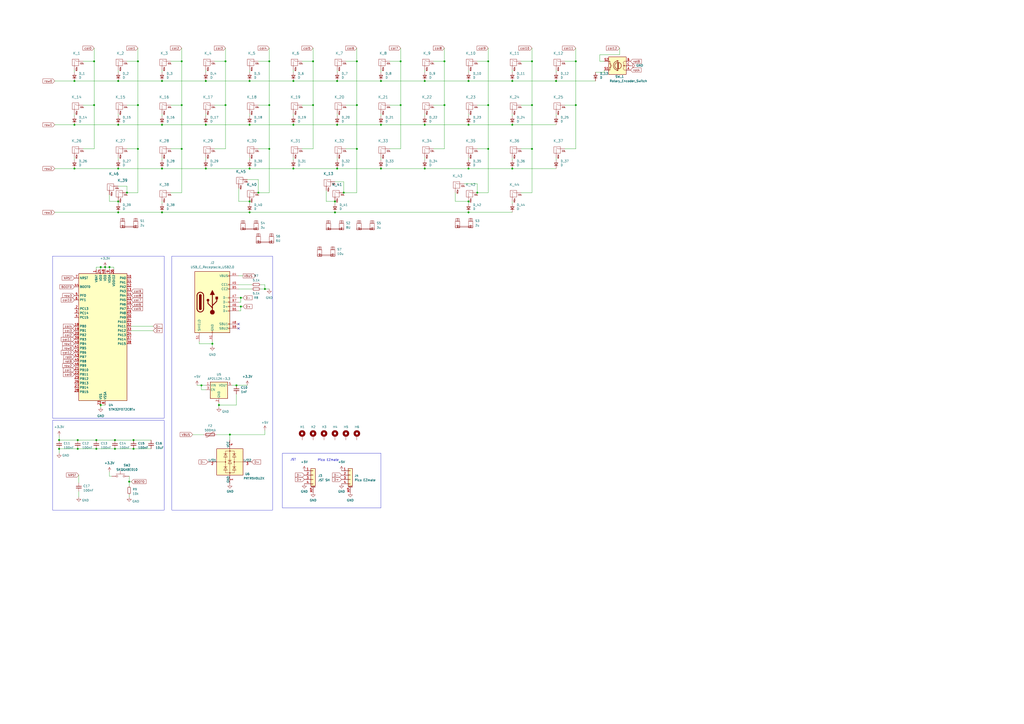
<source format=kicad_sch>
(kicad_sch (version 20231120) (generator "eeschema") (generator_version "8.0")
  (paper "A2")
  (junction (at 123.19 199.39))
  (junction (at 156.21 35.56))
  (junction (at 58.42 234.95))
  (junction (at 220.98 97.79))
  (junction (at 220.98 46.99))
  (junction (at 232.41 35.56))
  (junction (at 66.675 255.27))
  (junction (at 232.41 60.96))
  (junction (at 43.18 97.79))
  (junction (at 93.98 46.99))
  (junction (at 34.29 260.35))
  (junction (at 257.81 35.56))
  (junction (at 207.01 60.96))
  (junction (at 181.61 35.56))
  (junction (at 308.61 86.36))
  (junction (at 283.21 60.96))
  (junction (at 195.58 72.39))
  (junction (at 68.58 72.39))
  (junction (at 55.88 260.35))
  (junction (at 105.41 60.96))
  (junction (at 80.01 60.96))
  (junction (at 80.01 86.36))
  (junction (at 334.01 35.56))
  (junction (at 194.31 123.19))
  (junction (at 207.01 86.36))
  (junction (at 153.67 167.64))
  (junction (at 68.58 97.79))
  (junction (at 127 234.95))
  (junction (at 54.61 35.56))
  (junction (at 271.78 116.84))
  (junction (at 170.18 97.79))
  (junction (at 297.18 72.39))
  (junction (at 93.98 72.39))
  (junction (at 116.84 223.52))
  (junction (at 45.085 260.35))
  (junction (at 74.93 279.4))
  (junction (at 144.78 46.99))
  (junction (at 43.18 72.39))
  (junction (at 149.86 111.76))
  (junction (at 130.81 35.56))
  (junction (at 80.01 35.56))
  (junction (at 93.98 97.79))
  (junction (at 195.58 97.79))
  (junction (at 68.58 116.84))
  (junction (at 283.21 35.56))
  (junction (at 58.42 154.94))
  (junction (at 139.7 177.8))
  (junction (at 63.5 154.94))
  (junction (at 156.21 60.96))
  (junction (at 119.38 46.99))
  (junction (at 170.18 46.99))
  (junction (at 322.58 46.99))
  (junction (at 156.21 86.36))
  (junction (at 308.61 60.96))
  (junction (at 283.21 86.36))
  (junction (at 139.7 172.72))
  (junction (at 308.61 35.56))
  (junction (at 130.81 60.96))
  (junction (at 77.47 255.27))
  (junction (at 66.675 260.35))
  (junction (at 276.86 111.76))
  (junction (at 144.78 123.19))
  (junction (at 93.98 123.19))
  (junction (at 68.58 123.19))
  (junction (at 54.61 60.96))
  (junction (at 181.61 60.96))
  (junction (at 199.39 111.76))
  (junction (at 246.38 97.79))
  (junction (at 73.66 111.76))
  (junction (at 334.01 60.96))
  (junction (at 137.16 223.52))
  (junction (at 45.085 255.27))
  (junction (at 105.41 35.56))
  (junction (at 207.01 35.56))
  (junction (at 133.35 252.095))
  (junction (at 271.78 72.39))
  (junction (at 77.47 260.35))
  (junction (at 297.18 97.79))
  (junction (at 271.78 97.79))
  (junction (at 297.18 46.99))
  (junction (at 144.78 116.84))
  (junction (at 144.78 97.79))
  (junction (at 246.38 46.99))
  (junction (at 119.38 72.39))
  (junction (at 271.78 123.19))
  (junction (at 105.41 86.36))
  (junction (at 55.88 255.27))
  (junction (at 271.78 46.99))
  (junction (at 144.78 72.39))
  (junction (at 68.58 46.99))
  (junction (at 220.98 72.39))
  (junction (at 246.38 72.39))
  (junction (at 257.81 60.96))
  (junction (at 195.58 46.99))
  (junction (at 43.18 46.99))
  (junction (at 170.18 72.39))
  (junction (at 119.38 97.79))
  (junction (at 34.29 255.27))
  (junction (at 194.31 116.84))
  (junction (at 60.96 154.94))
  (no_connect (at 138.43 187.96))
  (no_connect (at 138.43 190.5))
  (wire (pts (xy 271.78 66.04) (xy 271.78 67.31)))
  (wire (pts (xy 276.86 60.96) (xy 283.21 60.96)))
  (wire (pts (xy 297.18 66.04) (xy 297.18 67.31)))
  (wire (pts (xy 153.67 167.64) (xy 156.21 167.64)))
  (wire (pts (xy 105.41 111.76) (xy 105.41 86.36)))
  (wire (pts (xy 232.41 27.94) (xy 232.41 35.56)))
  (wire (pts (xy 271.78 116.84) (xy 271.78 118.11)))
  (wire (pts (xy 170.18 66.04) (xy 170.18 67.31)))
  (wire (pts (xy 76.2 189.23) (xy 88.9 189.23)))
  (wire (pts (xy 144.78 72.39) (xy 170.18 72.39)))
  (wire (pts (xy 156.21 27.94) (xy 156.21 35.56)))
  (wire (pts (xy 137.16 234.95) (xy 137.16 228.6)))
  (wire (pts (xy 63.5 154.94) (xy 63.5 156.21)))
  (wire (pts (xy 143.51 104.14) (xy 149.86 104.14)))
  (wire (pts (xy 144.78 97.79) (xy 170.18 97.79)))
  (wire (pts (xy 93.98 46.99) (xy 119.38 46.99)))
  (wire (pts (xy 207.01 86.36) (xy 207.01 60.96)))
  (wire (pts (xy 334.01 27.94) (xy 334.01 35.56)))
  (wire (pts (xy 347.98 35.56) (xy 350.52 35.56)))
  (wire (pts (xy 127 234.95) (xy 127 236.22)))
  (wire (pts (xy 63.5 154.94) (xy 66.04 154.94)))
  (wire (pts (xy 194.31 123.19) (xy 271.78 123.19)))
  (wire (pts (xy 58.42 234.95) (xy 60.96 234.95)))
  (wire (pts (xy 123.19 198.12) (xy 123.19 199.39)))
  (wire (pts (xy 297.18 72.39) (xy 322.58 72.39)))
  (wire (pts (xy 139.7 175.26) (xy 139.7 172.72)))
  (wire (pts (xy 74.93 276.225) (xy 74.93 279.4)))
  (wire (pts (xy 43.18 66.04) (xy 43.18 67.31)))
  (wire (pts (xy 327.66 35.56) (xy 334.01 35.56)))
  (wire (pts (xy 156.21 86.36) (xy 156.21 60.96)))
  (wire (pts (xy 246.38 97.79) (xy 271.78 97.79)))
  (wire (pts (xy 200.66 35.56) (xy 207.01 35.56)))
  (wire (pts (xy 271.78 72.39) (xy 297.18 72.39)))
  (wire (pts (xy 48.26 86.36) (xy 54.61 86.36)))
  (wire (pts (xy 130.81 35.56) (xy 130.81 60.96)))
  (wire (pts (xy 54.61 35.56) (xy 54.61 60.96)))
  (wire (pts (xy 350.52 41.91) (xy 350.52 40.64)))
  (wire (pts (xy 170.18 97.79) (xy 195.58 97.79)))
  (wire (pts (xy 153.67 165.1) (xy 153.67 167.64)))
  (wire (pts (xy 54.61 27.94) (xy 54.61 35.56)))
  (wire (pts (xy 93.98 66.04) (xy 93.98 67.31)))
  (wire (pts (xy 271.78 46.99) (xy 297.18 46.99)))
  (wire (pts (xy 93.98 116.84) (xy 93.98 118.11)))
  (wire (pts (xy 137.16 223.52) (xy 143.51 223.52)))
  (wire (pts (xy 66.675 255.27) (xy 77.47 255.27)))
  (wire (pts (xy 269.24 106.68) (xy 276.86 106.68)))
  (wire (pts (xy 246.38 46.99) (xy 271.78 46.99)))
  (wire (pts (xy 80.01 86.36) (xy 80.01 60.96)))
  (wire (pts (xy 66.04 154.94) (xy 66.04 156.21)))
  (wire (pts (xy 170.18 72.39) (xy 195.58 72.39)))
  (wire (pts (xy 276.86 106.68) (xy 276.86 111.76)))
  (wire (pts (xy 207.01 86.36) (xy 207.01 111.76)))
  (wire (pts (xy 73.66 35.56) (xy 80.01 35.56)))
  (wire (pts (xy 80.01 27.94) (xy 80.01 35.56)))
  (wire (pts (xy 283.21 111.76) (xy 283.21 86.36)))
  (wire (pts (xy 334.01 35.56) (xy 334.01 60.96)))
  (wire (pts (xy 153.67 249.555) (xy 153.67 252.095)))
  (wire (pts (xy 93.98 91.44) (xy 93.98 92.71)))
  (wire (pts (xy 116.84 223.52) (xy 119.38 223.52)))
  (wire (pts (xy 119.38 66.04) (xy 119.38 67.31)))
  (wire (pts (xy 199.39 111.76) (xy 207.01 111.76)))
  (wire (pts (xy 55.88 154.94) (xy 58.42 154.94)))
  (wire (pts (xy 45.085 260.35) (xy 55.88 260.35)))
  (wire (pts (xy 111.76 252.095) (xy 118.11 252.095)))
  (wire (pts (xy 302.26 86.36) (xy 308.61 86.36)))
  (wire (pts (xy 302.26 60.96) (xy 308.61 60.96)))
  (wire (pts (xy 45.72 288.29) (xy 45.72 285.115)))
  (wire (pts (xy 175.26 35.56) (xy 181.61 35.56)))
  (wire (pts (xy 99.06 60.96) (xy 105.41 60.96)))
  (wire (pts (xy 77.47 260.35) (xy 87.63 260.35)))
  (wire (pts (xy 308.61 27.94) (xy 308.61 35.56)))
  (wire (pts (xy 68.58 91.44) (xy 68.58 92.71)))
  (wire (pts (xy 119.38 72.39) (xy 144.78 72.39)))
  (wire (pts (xy 200.66 60.96) (xy 207.01 60.96)))
  (wire (pts (xy 220.98 66.04) (xy 220.98 67.31)))
  (wire (pts (xy 105.41 86.36) (xy 105.41 60.96)))
  (wire (pts (xy 195.58 97.79) (xy 220.98 97.79)))
  (wire (pts (xy 149.86 35.56) (xy 156.21 35.56)))
  (wire (pts (xy 138.43 167.64) (xy 146.05 167.64)))
  (wire (pts (xy 66.675 260.35) (xy 77.47 260.35)))
  (wire (pts (xy 130.81 27.94) (xy 130.81 35.56)))
  (wire (pts (xy 271.78 123.19) (xy 297.18 123.19)))
  (wire (pts (xy 48.26 60.96) (xy 54.61 60.96)))
  (wire (pts (xy 80.01 35.56) (xy 80.01 60.96)))
  (wire (pts (xy 68.58 107.95) (xy 73.66 107.95)))
  (wire (pts (xy 297.18 91.44) (xy 297.18 92.71)))
  (wire (pts (xy 251.46 86.36) (xy 257.81 86.36)))
  (wire (pts (xy 302.26 111.76) (xy 308.61 111.76)))
  (wire (pts (xy 77.47 255.27) (xy 87.63 255.27)))
  (wire (pts (xy 68.58 72.39) (xy 93.98 72.39)))
  (wire (pts (xy 93.98 123.19) (xy 144.78 123.19)))
  (wire (pts (xy 124.46 86.36) (xy 130.81 86.36)))
  (wire (pts (xy 138.43 160.02) (xy 140.97 160.02)))
  (wire (pts (xy 138.43 180.34) (xy 139.7 180.34)))
  (wire (pts (xy 74.93 287.02) (xy 74.93 288.29)))
  (wire (pts (xy 175.26 60.96) (xy 181.61 60.96)))
  (wire (pts (xy 127 233.68) (xy 127 234.95)))
  (wire (pts (xy 31.75 97.79) (xy 43.18 97.79)))
  (wire (pts (xy 64.77 276.225) (xy 63.5 276.225)))
  (wire (pts (xy 73.66 107.95) (xy 73.66 111.76)))
  (wire (pts (xy 74.93 279.4) (xy 74.93 281.94)))
  (wire (pts (xy 99.06 86.36) (xy 105.41 86.36)))
  (wire (pts (xy 271.78 97.79) (xy 297.18 97.79)))
  (wire (pts (xy 297.18 97.79) (xy 322.58 97.79)))
  (wire (pts (xy 138.43 175.26) (xy 139.7 175.26)))
  (wire (pts (xy 181.61 35.56) (xy 181.61 60.96)))
  (wire (pts (xy 264.16 116.84) (xy 271.78 116.84)))
  (wire (pts (xy 43.18 40.64) (xy 43.18 41.91)))
  (wire (pts (xy 246.38 72.39) (xy 271.78 72.39)))
  (wire (pts (xy 220.98 97.79) (xy 246.38 97.79)))
  (wire (pts (xy 48.26 35.56) (xy 54.61 35.56)))
  (wire (pts (xy 34.29 260.35) (xy 45.085 260.35)))
  (wire (pts (xy 276.86 111.76) (xy 283.21 111.76)))
  (wire (pts (xy 45.085 255.27) (xy 34.29 255.27)))
  (wire (pts (xy 43.18 97.79) (xy 68.58 97.79)))
  (wire (pts (xy 181.61 27.94) (xy 181.61 35.56)))
  (wire (pts (xy 63.5 154.94) (xy 60.96 154.94)))
  (wire (pts (xy 58.42 236.22) (xy 58.42 234.95)))
  (wire (pts (xy 271.78 40.64) (xy 271.78 41.91)))
  (wire (pts (xy 149.86 60.96) (xy 156.21 60.96)))
  (wire (pts (xy 175.26 86.36) (xy 181.61 86.36)))
  (wire (pts (xy 55.88 255.27) (xy 66.675 255.27)))
  (wire (pts (xy 68.58 40.64) (xy 68.58 41.91)))
  (wire (pts (xy 308.61 35.56) (xy 308.61 60.96)))
  (wire (pts (xy 345.44 41.91) (xy 350.52 41.91)))
  (wire (pts (xy 63.5 276.225) (xy 63.5 273.685)))
  (wire (pts (xy 322.58 46.99) (xy 345.44 46.99)))
  (wire (pts (xy 115.57 198.12) (xy 115.57 199.39)))
  (wire (pts (xy 119.38 40.64) (xy 119.38 41.91)))
  (wire (pts (xy 144.78 116.84) (xy 144.78 118.11)))
  (wire (pts (xy 327.66 86.36) (xy 334.01 86.36)))
  (wire (pts (xy 170.18 40.64) (xy 170.18 41.91)))
  (wire (pts (xy 207.01 35.56) (xy 207.01 60.96)))
  (wire (pts (xy 144.78 46.99) (xy 170.18 46.99)))
  (wire (pts (xy 105.41 27.94) (xy 105.41 35.56)))
  (wire (pts (xy 297.18 46.99) (xy 322.58 46.99)))
  (wire (pts (xy 322.58 66.04) (xy 322.58 67.31)))
  (wire (pts (xy 130.81 86.36) (xy 130.81 60.96)))
  (wire (pts (xy 283.21 86.36) (xy 283.21 60.96)))
  (wire (pts (xy 226.06 60.96) (xy 232.41 60.96)))
  (wire (pts (xy 133.35 252.095) (xy 133.35 255.27)))
  (wire (pts (xy 251.46 60.96) (xy 257.81 60.96)))
  (wire (pts (xy 138.43 172.72) (xy 139.7 172.72)))
  (wire (pts (xy 31.75 123.19) (xy 68.58 123.19)))
  (wire (pts (xy 195.58 66.04) (xy 195.58 67.31)))
  (wire (pts (xy 124.46 35.56) (xy 130.81 35.56)))
  (wire (pts (xy 334.01 60.96) (xy 334.01 86.36)))
  (wire (pts (xy 195.58 91.44) (xy 195.58 92.71)))
  (wire (pts (xy 119.38 46.99) (xy 144.78 46.99)))
  (wire (pts (xy 55.88 260.35) (xy 66.675 260.35)))
  (wire (pts (xy 93.98 40.64) (xy 93.98 41.91)))
  (wire (pts (xy 170.18 46.99) (xy 195.58 46.99)))
  (wire (pts (xy 138.43 109.22) (xy 138.43 116.84)))
  (wire (pts (xy 76.2 191.77) (xy 88.9 191.77)))
  (wire (pts (xy 207.01 27.94) (xy 207.01 35.56)))
  (wire (pts (xy 119.38 226.06) (xy 116.84 226.06)))
  (wire (pts (xy 58.42 154.94) (xy 58.42 156.21)))
  (wire (pts (xy 54.61 86.36) (xy 54.61 60.96)))
  (wire (pts (xy 93.98 97.79) (xy 119.38 97.79)))
  (wire (pts (xy 276.86 86.36) (xy 283.21 86.36)))
  (wire (pts (xy 144.78 91.44) (xy 144.78 92.71)))
  (wire (pts (xy 68.58 46.99) (xy 93.98 46.99)))
  (wire (pts (xy 93.98 72.39) (xy 119.38 72.39)))
  (wire (pts (xy 232.41 35.56) (xy 232.41 60.96)))
  (wire (pts (xy 60.96 154.94) (xy 60.96 156.21)))
  (wire (pts (xy 105.41 35.56) (xy 105.41 60.96)))
  (wire (pts (xy 149.86 86.36) (xy 156.21 86.36)))
  (wire (pts (xy 123.19 199.39) (xy 123.19 200.66)))
  (wire (pts (xy 68.58 116.84) (xy 68.58 118.11)))
  (wire (pts (xy 251.46 35.56) (xy 257.81 35.56)))
  (wire (pts (xy 73.66 111.76) (xy 80.01 111.76)))
  (wire (pts (xy 271.78 91.44) (xy 271.78 92.71)))
  (wire (pts (xy 34.29 262.89) (xy 34.29 260.35)))
  (wire (pts (xy 68.58 66.04) (xy 68.58 67.31)))
  (wire (pts (xy 80.01 111.76) (xy 80.01 86.36)))
  (wire (pts (xy 149.86 104.14) (xy 149.86 111.76)))
  (wire (pts (xy 73.66 60.96) (xy 80.01 60.96)))
  (wire (pts (xy 138.43 165.1) (xy 146.05 165.1)))
  (wire (pts (xy 74.93 279.4) (xy 76.2 279.4)))
  (wire (pts (xy 170.18 91.44) (xy 170.18 92.71)))
  (wire (pts (xy 327.66 60.96) (xy 334.01 60.96)))
  (wire (pts (xy 283.21 27.94) (xy 283.21 35.56)))
  (wire (pts (xy 181.61 86.36) (xy 181.61 60.96)))
  (wire (pts (xy 43.18 91.44) (xy 43.18 92.71)))
  (wire (pts (xy 114.3 223.52) (xy 116.84 223.52)))
  (wire (pts (xy 45.085 255.27) (xy 55.88 255.27)))
  (wire (pts (xy 308.61 86.36) (xy 308.61 111.76)))
  (wire (pts (xy 276.86 35.56) (xy 283.21 35.56)))
  (wire (pts (xy 220.98 72.39) (xy 246.38 72.39)))
  (wire (pts (xy 220.98 40.64) (xy 220.98 41.91)))
  (wire (pts (xy 156.21 35.56) (xy 156.21 60.96)))
  (wire (pts (xy 34.29 252.73) (xy 34.29 255.27)))
  (wire (pts (xy 322.58 91.44) (xy 322.58 92.71)))
  (wire (pts (xy 99.06 35.56) (xy 105.41 35.56)))
  (wire (pts (xy 43.18 46.99) (xy 68.58 46.99)))
  (wire (pts (xy 73.66 86.36) (xy 80.01 86.36)))
  (wire (pts (xy 297.18 116.84) (xy 297.18 118.11)))
  (wire (pts (xy 194.31 105.41) (xy 199.39 105.41)))
  (wire (pts (xy 151.13 167.64) (xy 153.67 167.64)))
  (wire (pts (xy 220.98 46.99) (xy 246.38 46.99)))
  (wire (pts (xy 283.21 35.56) (xy 283.21 60.96)))
  (wire (pts (xy 246.38 91.44) (xy 246.38 92.71)))
  (wire (pts (xy 257.81 27.94) (xy 257.81 35.56)))
  (wire (pts (xy 246.38 66.04) (xy 246.38 67.31)))
  (wire (pts (xy 200.66 86.36) (xy 207.01 86.36)))
  (wire (pts (xy 302.26 35.56) (xy 308.61 35.56)))
  (wire (pts (xy 189.23 116.84) (xy 194.31 116.84)))
  (wire (pts (xy 139.7 180.34) (xy 139.7 177.8)))
  (wire (pts (xy 134.62 223.52) (xy 137.16 223.52)))
  (wire (pts (xy 220.98 91.44) (xy 220.98 92.71)))
  (wire (pts (xy 195.58 40.64) (xy 195.58 41.91)))
  (wire (pts (xy 195.58 46.99) (xy 220.98 46.99)))
  (wire (pts (xy 144.78 123.19) (xy 194.31 123.19)))
  (wire (pts (xy 43.18 72.39) (xy 68.58 72.39)))
  (wire (pts (xy 139.7 177.8) (xy 140.97 177.8)))
  (wire (pts (xy 156.21 111.76) (xy 156.21 86.36)))
  (wire (pts (xy 226.06 86.36) (xy 232.41 86.36)))
  (wire (pts (xy 63.5 116.84) (xy 68.58 116.84)))
  (wire (pts (xy 347.98 35.56) (xy 347.98 31.75)))
  (wire (pts (xy 359.41 27.94) (xy 359.41 31.75)))
  (wire (pts (xy 139.7 172.72) (xy 140.97 172.72)))
  (wire (pts (xy 347.98 31.75) (xy 359.41 31.75)))
  (wire (pts (xy 264.16 111.76) (xy 264.16 116.84)))
  (wire (pts (xy 189.23 110.49) (xy 189.23 116.84)))
  (wire (pts (xy 55.88 154.94) (xy 55.88 156.21)))
  (wire (pts (xy 125.73 252.095) (xy 133.35 252.095)))
  (wire (pts (xy 246.38 40.64) (xy 246.38 41.91)))
  (wire (pts (xy 99.06 111.76) (xy 105.41 111.76)))
  (wire (pts (xy 119.38 91.44) (xy 119.38 92.71)))
  (wire (pts (xy 297.18 40.64) (xy 297.18 41.91)))
  (wire (pts (xy 257.81 35.56) (xy 257.81 60.96)))
  (wire (pts (xy 226.06 35.56) (xy 232.41 35.56)))
  (wire (pts (xy 151.13 165.1) (xy 153.67 165.1)))
  (wire (pts (xy 31.75 72.39) (xy 43.18 72.39)))
  (wire (pts (xy 138.43 177.8) (xy 139.7 177.8)))
  (wire (pts (xy 194.31 116.84) (xy 194.31 118.11)))
  (wire (pts (xy 199.39 105.41) (xy 199.39 111.76)))
  (wire (pts (xy 144.78 40.64) (xy 144.78 41.91)))
  (wire (pts (xy 58.42 154.94) (xy 60.96 154.94)))
  (wire (pts (xy 127 234.95) (xy 137.16 234.95)))
  (wire (pts (xy 119.38 97.79) (xy 144.78 97.79)))
  (wire (pts (xy 149.86 111.76) (xy 156.21 111.76)))
  (wire (pts (xy 195.58 72.39) (xy 220.98 72.39)))
  (wire (pts (xy 257.81 86.36) (xy 257.81 60.96)))
  (wire (pts (xy 115.57 199.39) (xy 123.19 199.39)))
  (wire (pts (xy 308.61 60.96) (xy 308.61 86.36)))
  (wire (pts (xy 144.78 66.04) (xy 144.78 67.31)))
  (wire (pts (xy 31.75 46.99) (xy 43.18 46.99)))
  (wire (pts (xy 116.84 226.06) (xy 116.84 223.52)))
  (wire (pts (xy 45.72 275.59) (xy 45.72 280.035)))
  (wire (pts (xy 138.43 116.84) (xy 144.78 116.84)))
  (wire (pts (xy 68.58 123.19) (xy 93.98 123.19)))
  (wire (pts (xy 68.58 97.79) (xy 93.98 97.79)))
  (wire (pts (xy 124.46 60.96) (xy 130.81 60.96)))
  (wire (pts (xy 63.5 113.03) (xy 63.5 116.84)))
  (wire (pts (xy 232.41 86.36) (xy 232.41 60.96)))
  (wire (pts (xy 133.35 252.095) (xy 153.67 252.095)))
  (wire (pts (xy 322.58 40.64) (xy 322.58 41.91)))
  (rectangle (start 30.48 148.59) (end 95.25 242.57))
  (rectangle (start 99.695 148.59) (end 158.115 295.91))
  (rectangle (start 30.48 243.84) (end 95.25 295.91))
  (rectangle (start 163.83 262.89) (end 220.98 294.64))
  (text "JST" (at 168.402 267.462 0) (effects (font (size 1.27 1.27)) (justify left bottom)))
  (text "Pico EZmate" (at 184.277 267.716 0) (effects (font (size 1.27 1.27)) (justify left bottom)))
  (global_label "D-" (shape input) (at 176.53 275.59 180) (property "Intersheetrefs" "${INTERSHEET_REFS}" (effects (hide yes))))
  (global_label "row3" (shape input) (at 43.18 171.45 180) (property "Intersheetrefs" "${INTERSHEET_REFS}" (effects (hide yes))))
  (global_label "row2" (shape input) (at 31.75 97.79 180) (property "Intersheetrefs" "${INTERSHEET_REFS}" (effects (hide yes))))
  (global_label "col0" (shape input) (at 54.61 27.94 180) (property "Intersheetrefs" "${INTERSHEET_REFS}" (effects (hide yes))))
  (global_label "col3" (shape input) (at 130.81 27.94 180) (property "Intersheetrefs" "${INTERSHEET_REFS}" (effects (hide yes))))
  (global_label "col6" (shape input) (at 76.2 176.53 0) (property "Intersheetrefs" "${INTERSHEET_REFS}" (effects (hide yes))))
  (global_label "row0" (shape input) (at 43.18 201.93 180) (property "Intersheetrefs" "${INTERSHEET_REFS}" (effects (hide yes))))
  (global_label "BOOT0" (shape input) (at 76.2 279.4 0) (property "Intersheetrefs" "${INTERSHEET_REFS}" (effects (hide yes))))
  (global_label "VBUS" (shape input) (at 111.76 252.095 180) (property "Intersheetrefs" "${INTERSHEET_REFS}" (effects (hide yes))))
  (global_label "D+" (shape input) (at 140.97 177.8 0) (property "Intersheetrefs" "${INTERSHEET_REFS}" (effects (hide yes))))
  (global_label "rotB" (shape input) (at 365.76 35.56 0) (property "Intersheetrefs" "${INTERSHEET_REFS}" (effects (hide yes))))
  (global_label "D-" (shape input) (at 198.12 275.59 180) (property "Intersheetrefs" "${INTERSHEET_REFS}" (effects (hide yes))))
  (global_label "col3" (shape input) (at 43.18 191.77 180) (property "Intersheetrefs" "${INTERSHEET_REFS}" (effects (hide yes))))
  (global_label "row1" (shape input) (at 31.75 72.39 180) (property "Intersheetrefs" "${INTERSHEET_REFS}" (effects (hide yes))))
  (global_label "col4" (shape input) (at 43.18 189.23 180) (property "Intersheetrefs" "${INTERSHEET_REFS}" (effects (hide yes))))
  (global_label "D-" (shape input) (at 140.97 172.72 0) (property "Intersheetrefs" "${INTERSHEET_REFS}" (effects (hide yes))))
  (global_label "col2" (shape input) (at 43.18 194.31 180) (property "Intersheetrefs" "${INTERSHEET_REFS}" (effects (hide yes))))
  (global_label "NRST" (shape input) (at 43.18 161.29 180) (property "Intersheetrefs" "${INTERSHEET_REFS}" (effects (hide yes))))
  (global_label "col10" (shape input) (at 43.18 173.99 180) (property "Intersheetrefs" "${INTERSHEET_REFS}" (effects (hide yes))))
  (global_label "col6" (shape input) (at 207.01 27.94 180) (property "Intersheetrefs" "${INTERSHEET_REFS}" (effects (hide yes))))
  (global_label "NRST" (shape input) (at 45.72 275.59 180) (property "Intersheetrefs" "${INTERSHEET_REFS}" (effects (hide yes))))
  (global_label "row1" (shape input) (at 43.18 199.39 180) (property "Intersheetrefs" "${INTERSHEET_REFS}" (effects (hide yes))))
  (global_label "D-" (shape input) (at 88.9 189.23 0) (property "Intersheetrefs" "${INTERSHEET_REFS}" (effects (hide yes))))
  (global_label "col9" (shape input) (at 283.21 27.94 180) (property "Intersheetrefs" "${INTERSHEET_REFS}" (effects (hide yes))))
  (global_label "col7" (shape input) (at 76.2 173.99 0) (property "Intersheetrefs" "${INTERSHEET_REFS}" (effects (hide yes))))
  (global_label "col7" (shape input) (at 232.41 27.94 180) (property "Intersheetrefs" "${INTERSHEET_REFS}" (effects (hide yes))))
  (global_label "col8" (shape input) (at 257.81 27.94 180) (property "Intersheetrefs" "${INTERSHEET_REFS}" (effects (hide yes))))
  (global_label "row0" (shape input) (at 31.75 46.99 180) (property "Intersheetrefs" "${INTERSHEET_REFS}" (effects (hide yes))))
  (global_label "col5" (shape input) (at 76.2 179.07 0) (property "Intersheetrefs" "${INTERSHEET_REFS}" (effects (hide yes))))
  (global_label "col1" (shape input) (at 43.18 214.63 180) (property "Intersheetrefs" "${INTERSHEET_REFS}" (effects (hide yes))))
  (global_label "row3" (shape input) (at 31.75 123.19 180) (property "Intersheetrefs" "${INTERSHEET_REFS}" (effects (hide yes))))
  (global_label "VBUS" (shape output) (at 140.97 160.02 0) (property "Intersheetrefs" "${INTERSHEET_REFS}" (effects (hide yes))))
  (global_label "col1" (shape input) (at 80.01 27.94 180) (property "Intersheetrefs" "${INTERSHEET_REFS}" (effects (hide yes))))
  (global_label "row2" (shape input) (at 43.18 212.09 180) (property "Intersheetrefs" "${INTERSHEET_REFS}" (effects (hide yes))))
  (global_label "col2" (shape input) (at 105.41 27.94 180) (property "Intersheetrefs" "${INTERSHEET_REFS}" (effects (hide yes))))
  (global_label "col5" (shape input) (at 181.61 27.94 180) (property "Intersheetrefs" "${INTERSHEET_REFS}" (effects (hide yes))))
  (global_label "col10" (shape input) (at 308.61 27.94 180) (property "Intersheetrefs" "${INTERSHEET_REFS}" (effects (hide yes))))
  (global_label "col11" (shape input) (at 43.18 196.85 180) (property "Intersheetrefs" "${INTERSHEET_REFS}" (effects (hide yes))))
  (global_label "col11" (shape input) (at 334.01 27.94 180) (property "Intersheetrefs" "${INTERSHEET_REFS}" (effects (hide yes))))
  (global_label "BOOT0" (shape input) (at 43.18 166.37 180) (property "Intersheetrefs" "${INTERSHEET_REFS}" (effects (hide yes))))
  (global_label "col9" (shape input) (at 76.2 168.91 0) (property "Intersheetrefs" "${INTERSHEET_REFS}" (effects (hide yes))))
  (global_label "rotB" (shape input) (at 43.18 209.55 180) (property "Intersheetrefs" "${INTERSHEET_REFS}" (effects (hide yes))))
  (global_label "D+" (shape input) (at 88.9 191.77 0) (property "Intersheetrefs" "${INTERSHEET_REFS}" (effects (hide yes))))
  (global_label "D+" (shape input) (at 146.05 267.97 0) (property "Intersheetrefs" "${INTERSHEET_REFS}" (effects (hide yes))))
  (global_label "col12" (shape input) (at 359.41 27.94 180) (property "Intersheetrefs" "${INTERSHEET_REFS}" (effects (hide yes))))
  (global_label "col0" (shape input) (at 43.18 217.17 180) (property "Intersheetrefs" "${INTERSHEET_REFS}" (effects (hide yes))))
  (global_label "col12" (shape input) (at 43.18 204.47 180) (property "Intersheetrefs" "${INTERSHEET_REFS}" (effects (hide yes))))
  (global_label "D+" (shape input) (at 176.53 278.13 180) (property "Intersheetrefs" "${INTERSHEET_REFS}" (effects (hide yes))))
  (global_label "rotA" (shape input) (at 365.76 40.64 0) (property "Intersheetrefs" "${INTERSHEET_REFS}" (effects (hide yes))))
  (global_label "D-" (shape input) (at 120.65 267.97 180) (property "Intersheetrefs" "${INTERSHEET_REFS}" (effects (hide yes))))
  (global_label "col8" (shape input) (at 76.2 171.45 0) (property "Intersheetrefs" "${INTERSHEET_REFS}" (effects (hide yes))))
  (global_label "D+" (shape input) (at 198.12 278.13 180) (property "Intersheetrefs" "${INTERSHEET_REFS}" (effects (hide yes))))
  (global_label "rotA" (shape input) (at 43.18 207.01 180) (property "Intersheetrefs" "${INTERSHEET_REFS}" (effects (hide yes))))
  (global_label "col4" (shape input) (at 156.21 27.94 180) (property "Intersheetrefs" "${INTERSHEET_REFS}" (effects (hide yes))))
  (symbol (lib_id "MX_Alps_Hybrid:MX-NoLED") (at 44.45 36.83 0) (unit 1)
    (property "Reference" "K_1" (at 44.45 30.9118 0) (effects (font (size 1.524 1.524))))
    (property "Value" "KEYSW" (effects (hide yes)))
    (property "Footprint" "MX_Only:MXOnly-1U-NoLED" (effects (hide yes)))
  )
  (symbol (lib_id "Device:D_Small") (at 68.58 44.45 90) (unit 1)
    (property "Reference" "D_2" (at 71.12 42.672 90) (effects (justify right)))
    (property "Value" "D" (at 71.12 44.958 90) (effects (justify right)))
    (property "Footprint" "Diode_SMD:D_SOD-123" (effects (hide yes)))
  )
  (symbol (lib_id "MX_Alps_Hybrid:MX-NoLED") (at 69.85 36.83 0) (unit 1)
    (property "Reference" "K_2" (at 69.85 30.9118 0) (effects (font (size 1.524 1.524))))
    (property "Value" "KEYSW" (effects (hide yes)))
    (property "Footprint" "MX_Only:MXOnly-1U-NoLED" (effects (hide yes)))
  )
  (symbol (lib_id "Device:D_Small") (at 93.98 44.45 90) (unit 1)
    (property "Reference" "D_3" (at 96.52 42.672 90) (effects (justify right)))
    (property "Value" "D" (at 96.52 44.958 90) (effects (justify right)))
    (property "Footprint" "Diode_SMD:D_SOD-123" (effects (hide yes)))
  )
  (symbol (lib_id "MX_Alps_Hybrid:MX-NoLED") (at 95.25 36.83 0) (unit 1)
    (property "Reference" "K_3" (at 95.25 30.9118 0) (effects (font (size 1.524 1.524))))
    (property "Value" "KEYSW" (effects (hide yes)))
    (property "Footprint" "MX_Only:MXOnly-1U-NoLED" (effects (hide yes)))
  )
  (symbol (lib_id "Device:D_Small") (at 119.38 44.45 90) (unit 1)
    (property "Reference" "D_4" (at 121.92 42.672 90) (effects (justify right)))
    (property "Value" "D" (at 121.92 44.958 90) (effects (justify right)))
    (property "Footprint" "Diode_SMD:D_SOD-123" (effects (hide yes)))
  )
  (symbol (lib_id "MX_Alps_Hybrid:MX-NoLED") (at 120.65 36.83 0) (unit 1)
    (property "Reference" "K_4" (at 120.65 30.9118 0) (effects (font (size 1.524 1.524))))
    (property "Value" "KEYSW" (effects (hide yes)))
    (property "Footprint" "MX_Only:MXOnly-1U-NoLED" (effects (hide yes)))
  )
  (symbol (lib_id "Device:D_Small") (at 144.78 44.45 90) (unit 1)
    (property "Reference" "D_5" (at 147.32 42.672 90) (effects (justify right)))
    (property "Value" "D" (at 147.32 44.958 90) (effects (justify right)))
    (property "Footprint" "Diode_SMD:D_SOD-123" (effects (hide yes)))
  )
  (symbol (lib_id "MX_Alps_Hybrid:MX-NoLED") (at 146.05 36.83 0) (unit 1)
    (property "Reference" "K_5" (at 146.05 30.9118 0) (effects (font (size 1.524 1.524))))
    (property "Value" "KEYSW" (effects (hide yes)))
    (property "Footprint" "MX_Only:MXOnly-1U-NoLED" (effects (hide yes)))
  )
  (symbol (lib_id "Device:D_Small") (at 170.18 44.45 90) (unit 1)
    (property "Reference" "D_6" (at 172.72 42.672 90) (effects (justify right)))
    (property "Value" "D" (at 172.72 44.958 90) (effects (justify right)))
    (property "Footprint" "Diode_SMD:D_SOD-123" (effects (hide yes)))
  )
  (symbol (lib_id "MX_Alps_Hybrid:MX-NoLED") (at 171.45 36.83 0) (unit 1)
    (property "Reference" "K_6" (at 171.45 30.9118 0) (effects (font (size 1.524 1.524))))
    (property "Value" "KEYSW" (effects (hide yes)))
    (property "Footprint" "MX_Only:MXOnly-1U-NoLED" (effects (hide yes)))
  )
  (symbol (lib_id "Device:D_Small") (at 195.58 44.45 90) (unit 1)
    (property "Reference" "D_7" (at 198.12 42.672 90) (effects (justify right)))
    (property "Value" "D" (at 198.12 44.958 90) (effects (justify right)))
    (property "Footprint" "Diode_SMD:D_SOD-123" (effects (hide yes)))
  )
  (symbol (lib_id "MX_Alps_Hybrid:MX-NoLED") (at 196.85 36.83 0) (unit 1)
    (property "Reference" "K_7" (at 196.85 30.9118 0) (effects (font (size 1.524 1.524))))
    (property "Value" "KEYSW" (effects (hide yes)))
    (property "Footprint" "MX_Only:MXOnly-1U-NoLED" (effects (hide yes)))
  )
  (symbol (lib_id "Device:D_Small") (at 220.98 44.45 90) (unit 1)
    (property "Reference" "D_8" (at 223.52 42.672 90) (effects (justify right)))
    (property "Value" "D" (at 223.52 44.958 90) (effects (justify right)))
    (property "Footprint" "Diode_SMD:D_SOD-123" (effects (hide yes)))
  )
  (symbol (lib_id "MX_Alps_Hybrid:MX-NoLED") (at 222.25 36.83 0) (unit 1)
    (property "Reference" "K_8" (at 222.25 30.9118 0) (effects (font (size 1.524 1.524))))
    (property "Value" "KEYSW" (effects (hide yes)))
    (property "Footprint" "MX_Only:MXOnly-1U-NoLED" (effects (hide yes)))
  )
  (symbol (lib_id "Device:D_Small") (at 246.38 44.45 90) (unit 1)
    (property "Reference" "D_9" (at 248.92 42.672 90) (effects (justify right)))
    (property "Value" "D" (at 248.92 44.958 90) (effects (justify right)))
    (property "Footprint" "Diode_SMD:D_SOD-123" (effects (hide yes)))
  )
  (symbol (lib_id "MX_Alps_Hybrid:MX-NoLED") (at 247.65 36.83 0) (unit 1)
    (property "Reference" "K_9" (at 247.65 30.9118 0) (effects (font (size 1.524 1.524))))
    (property "Value" "KEYSW" (effects (hide yes)))
    (property "Footprint" "MX_Only:MXOnly-1U-NoLED" (effects (hide yes)))
  )
  (symbol (lib_id "Device:D_Small") (at 271.78 44.45 90) (unit 1)
    (property "Reference" "D_10" (at 274.32 42.672 90) (effects (justify right)))
    (property "Value" "D" (at 274.32 44.958 90) (effects (justify right)))
    (property "Footprint" "Diode_SMD:D_SOD-123" (effects (hide yes)))
  )
  (symbol (lib_id "MX_Alps_Hybrid:MX-NoLED") (at 273.05 36.83 0) (unit 1)
    (property "Reference" "K_10" (at 273.05 30.9118 0) (effects (font (size 1.524 1.524))))
    (property "Value" "KEYSW" (effects (hide yes)))
    (property "Footprint" "MX_Only:MXOnly-1U-NoLED" (effects (hide yes)))
  )
  (symbol (lib_id "Device:D_Small") (at 297.18 44.45 90) (unit 1)
    (property "Reference" "D_11" (at 299.72 42.672 90) (effects (justify right)))
    (property "Value" "D" (at 299.72 44.958 90) (effects (justify right)))
    (property "Footprint" "Diode_SMD:D_SOD-123" (effects (hide yes)))
  )
  (symbol (lib_id "MX_Alps_Hybrid:MX-NoLED") (at 298.45 36.83 0) (unit 1)
    (property "Reference" "K_11" (at 298.45 30.9118 0) (effects (font (size 1.524 1.524))))
    (property "Value" "KEYSW" (effects (hide yes)))
    (property "Footprint" "MX_Only:MXOnly-1U-NoLED" (effects (hide yes)))
  )
  (symbol (lib_id "Device:D_Small") (at 345.44 44.45 90) (unit 1)
    (property "Reference" "D_13" (at 347.98 42.672 90) (effects (justify right)))
    (property "Value" "D" (at 347.98 44.958 90) (effects (justify right)))
    (property "Footprint" "Diode_SMD:D_SOD-123" (effects (hide yes)))
  )
  (symbol (lib_id "Device:D_Small") (at 322.58 44.45 90) (unit 1)
    (property "Reference" "D_12" (at 325.12 42.672 90) (effects (justify right)))
    (property "Value" "D" (at 325.12 44.958 90) (effects (justify right)))
    (property "Footprint" "Diode_SMD:D_SOD-123" (effects (hide yes)))
  )
  (symbol (lib_id "MX_Alps_Hybrid:MX-NoLED") (at 323.85 36.83 0) (unit 1)
    (property "Reference" "K_12" (at 323.85 30.9118 0) (effects (font (size 1.524 1.524))))
    (property "Value" "KEYSW" (effects (hide yes)))
    (property "Footprint" "MX_Only:MXOnly-1U-NoLED" (effects (hide yes)))
  )
  (symbol (lib_id "Device:D_Small") (at 43.18 69.85 90) (unit 1)
    (property "Reference" "D_14" (at 45.72 68.072 90) (effects (justify right)))
    (property "Value" "D" (at 45.72 70.358 90) (effects (justify right)))
    (property "Footprint" "Diode_SMD:D_SOD-123" (effects (hide yes)))
  )
  (symbol (lib_id "MX_Alps_Hybrid:MX-NoLED") (at 44.45 62.23 0) (unit 1)
    (property "Reference" "K_14" (at 44.45 56.3118 0) (effects (font (size 1.524 1.524))))
    (property "Value" "KEYSW" (effects (hide yes)))
    (property "Footprint" "MX_Only:MXOnly-1.25U-NoLED" (effects (hide yes)))
  )
  (symbol (lib_id "Device:D_Small") (at 68.58 69.85 90) (unit 1)
    (property "Reference" "D_15" (at 71.12 68.072 90) (effects (justify right)))
    (property "Value" "D" (at 71.12 70.358 90) (effects (justify right)))
    (property "Footprint" "Diode_SMD:D_SOD-123" (effects (hide yes)))
  )
  (symbol (lib_id "MX_Alps_Hybrid:MX-NoLED") (at 69.85 62.23 0) (unit 1)
    (property "Reference" "K_15" (at 69.85 56.3118 0) (effects (font (size 1.524 1.524))))
    (property "Value" "KEYSW" (effects (hide yes)))
    (property "Footprint" "MX_Only:MXOnly-1U-NoLED" (effects (hide yes)))
  )
  (symbol (lib_id "Device:D_Small") (at 93.98 69.85 90) (unit 1)
    (property "Reference" "D_16" (at 96.52 68.072 90) (effects (justify right)))
    (property "Value" "D" (at 96.52 70.358 90) (effects (justify right)))
    (property "Footprint" "Diode_SMD:D_SOD-123" (effects (hide yes)))
  )
  (symbol (lib_id "MX_Alps_Hybrid:MX-NoLED") (at 95.25 62.23 0) (unit 1)
    (property "Reference" "K_16" (at 95.25 56.3118 0) (effects (font (size 1.524 1.524))))
    (property "Value" "KEYSW" (effects (hide yes)))
    (property "Footprint" "MX_Only:MXOnly-1U-NoLED" (effects (hide yes)))
  )
  (symbol (lib_id "Device:D_Small") (at 119.38 69.85 90) (unit 1)
    (property "Reference" "D_17" (at 121.92 68.072 90) (effects (justify right)))
    (property "Value" "D" (at 121.92 70.358 90) (effects (justify right)))
    (property "Footprint" "Diode_SMD:D_SOD-123" (effects (hide yes)))
  )
  (symbol (lib_id "MX_Alps_Hybrid:MX-NoLED") (at 120.65 62.23 0) (unit 1)
    (property "Reference" "K_17" (at 120.65 56.3118 0) (effects (font (size 1.524 1.524))))
    (property "Value" "KEYSW" (effects (hide yes)))
    (property "Footprint" "MX_Only:MXOnly-1U-NoLED" (effects (hide yes)))
  )
  (symbol (lib_id "Device:D_Small") (at 144.78 69.85 90) (unit 1)
    (property "Reference" "D_18" (at 147.32 68.072 90) (effects (justify right)))
    (property "Value" "D" (at 147.32 70.358 90) (effects (justify right)))
    (property "Footprint" "Diode_SMD:D_SOD-123" (effects (hide yes)))
  )
  (symbol (lib_id "MX_Alps_Hybrid:MX-NoLED") (at 146.05 62.23 0) (unit 1)
    (property "Reference" "K_18" (at 146.05 56.3118 0) (effects (font (size 1.524 1.524))))
    (property "Value" "KEYSW" (effects (hide yes)))
    (property "Footprint" "MX_Only:MXOnly-1U-NoLED" (effects (hide yes)))
  )
  (symbol (lib_id "Device:D_Small") (at 170.18 69.85 90) (unit 1)
    (property "Reference" "D_19" (at 172.72 68.072 90) (effects (justify right)))
    (property "Value" "D" (at 172.72 70.358 90) (effects (justify right)))
    (property "Footprint" "Diode_SMD:D_SOD-123" (effects (hide yes)))
  )
  (symbol (lib_id "MX_Alps_Hybrid:MX-NoLED") (at 171.45 62.23 0) (unit 1)
    (property "Reference" "K_19" (at 171.45 56.3118 0) (effects (font (size 1.524 1.524))))
    (property "Value" "KEYSW" (effects (hide yes)))
    (property "Footprint" "MX_Only:MXOnly-1U-NoLED" (effects (hide yes)))
  )
  (symbol (lib_id "Device:D_Small") (at 195.58 69.85 90) (unit 1)
    (property "Reference" "D_20" (at 198.12 68.072 90) (effects (justify right)))
    (property "Value" "D" (at 198.12 70.358 90) (effects (justify right)))
    (property "Footprint" "Diode_SMD:D_SOD-123" (effects (hide yes)))
  )
  (symbol (lib_id "MX_Alps_Hybrid:MX-NoLED") (at 196.85 62.23 0) (unit 1)
    (property "Reference" "K_20" (at 196.85 56.3118 0) (effects (font (size 1.524 1.524))))
    (property "Value" "KEYSW" (effects (hide yes)))
    (property "Footprint" "MX_Only:MXOnly-1U-NoLED" (effects (hide yes)))
  )
  (symbol (lib_id "Device:D_Small") (at 220.98 69.85 90) (unit 1)
    (property "Reference" "D_21" (at 223.52 68.072 90) (effects (justify right)))
    (property "Value" "D" (at 223.52 70.358 90) (effects (justify right)))
    (property "Footprint" "Diode_SMD:D_SOD-123" (effects (hide yes)))
  )
  (symbol (lib_id "MX_Alps_Hybrid:MX-NoLED") (at 222.25 62.23 0) (unit 1)
    (property "Reference" "K_21" (at 222.25 56.3118 0) (effects (font (size 1.524 1.524))))
    (property "Value" "KEYSW" (effects (hide yes)))
    (property "Footprint" "MX_Only:MXOnly-1U-NoLED" (effects (hide yes)))
  )
  (symbol (lib_id "Device:D_Small") (at 246.38 69.85 90) (unit 1)
    (property "Reference" "D_22" (at 248.92 68.072 90) (effects (justify right)))
    (property "Value" "D" (at 248.92 70.358 90) (effects (justify right)))
    (property "Footprint" "Diode_SMD:D_SOD-123" (effects (hide yes)))
  )
  (symbol (lib_id "MX_Alps_Hybrid:MX-NoLED") (at 247.65 62.23 0) (unit 1)
    (property "Reference" "K_22" (at 247.65 56.3118 0) (effects (font (size 1.524 1.524))))
    (property "Value" "KEYSW" (effects (hide yes)))
    (property "Footprint" "MX_Only:MXOnly-1U-NoLED" (effects (hide yes)))
  )
  (symbol (lib_id "Device:D_Small") (at 271.78 69.85 90) (unit 1)
    (property "Reference" "D_23" (at 274.32 68.072 90) (effects (justify right)))
    (property "Value" "D" (at 274.32 70.358 90) (effects (justify right)))
    (property "Footprint" "Diode_SMD:D_SOD-123" (effects (hide yes)))
  )
  (symbol (lib_id "MX_Alps_Hybrid:MX-NoLED") (at 273.05 62.23 0) (unit 1)
    (property "Reference" "K_23" (at 273.05 56.3118 0) (effects (font (size 1.524 1.524))))
    (property "Value" "KEYSW" (effects (hide yes)))
    (property "Footprint" "MX_Only:MXOnly-1U-NoLED" (effects (hide yes)))
  )
  (symbol (lib_id "Device:D_Small") (at 297.18 69.85 90) (unit 1)
    (property "Reference" "D_24" (at 299.72 68.072 90) (effects (justify right)))
    (property "Value" "D" (at 299.72 70.358 90) (effects (justify right)))
    (property "Footprint" "Diode_SMD:D_SOD-123" (effects (hide yes)))
  )
  (symbol (lib_id "MX_Alps_Hybrid:MX-NoLED") (at 298.45 62.23 0) (unit 1)
    (property "Reference" "K_24" (at 298.45 56.3118 0) (effects (font (size 1.524 1.524))))
    (property "Value" "KEYSW" (effects (hide yes)))
    (property "Footprint" "MX_Only:MXOnly-1U-NoLED" (effects (hide yes)))
  )
  (symbol (lib_id "Device:D_Small") (at 322.58 69.85 90) (unit 1)
    (property "Reference" "D_25" (at 325.12 68.072 90) (effects (justify right)))
    (property "Value" "D" (at 325.12 70.358 90) (effects (justify right)))
    (property "Footprint" "Diode_SMD:D_SOD-123" (effects (hide yes)))
  )
  (symbol (lib_id "MX_Alps_Hybrid:MX-NoLED") (at 323.85 62.23 0) (unit 1)
    (property "Reference" "K_25" (at 323.85 56.3118 0) (effects (font (size 1.524 1.524))))
    (property "Value" "KEYSW" (effects (hide yes)))
    (property "Footprint" "MX_Only:MXOnly-1.5U-NoLED" (effects (hide yes)))
  )
  (symbol (lib_id "Device:D_Small") (at 43.18 95.25 90) (unit 1)
    (property "Reference" "D_26" (at 45.72 93.472 90) (effects (justify right)))
    (property "Value" "D" (at 45.72 95.758 90) (effects (justify right)))
    (property "Footprint" "Diode_SMD:D_SOD-123" (effects (hide yes)))
  )
  (symbol (lib_id "MX_Alps_Hybrid:MX-NoLED") (at 44.45 87.63 0) (unit 1)
    (property "Reference" "K_26" (at 44.45 81.7118 0) (effects (font (size 1.524 1.524))))
    (property "Value" "KEYSW" (effects (hide yes)))
    (property "Footprint" "MX_Only:MXOnly-1.75U-NoLED" (effects (hide yes)))
  )
  (symbol (lib_id "Device:D_Small") (at 68.58 95.25 90) (unit 1)
    (property "Reference" "D_27" (at 71.12 93.472 90) (effects (justify right)))
    (property "Value" "D" (at 71.12 95.758 90) (effects (justify right)))
    (property "Footprint" "Diode_SMD:D_SOD-123" (effects (hide yes)))
  )
  (symbol (lib_id "MX_Alps_Hybrid:MX-NoLED") (at 69.85 87.63 0) (unit 1)
    (property "Reference" "K_27" (at 69.85 81.7118 0) (effects (font (size 1.524 1.524))))
    (property "Value" "KEYSW" (effects (hide yes)))
    (property "Footprint" "MX_Only:MXOnly-1U-NoLED" (effects (hide yes)))
  )
  (symbol (lib_id "Device:D_Small") (at 93.98 95.25 90) (unit 1)
    (property "Reference" "D_28" (at 96.52 93.472 90) (effects (justify right)))
    (property "Value" "D" (at 96.52 95.758 90) (effects (justify right)))
    (property "Footprint" "Diode_SMD:D_SOD-123" (effects (hide yes)))
  )
  (symbol (lib_id "MX_Alps_Hybrid:MX-NoLED") (at 95.25 87.63 0) (unit 1)
    (property "Reference" "K_28" (at 95.25 81.7118 0) (effects (font (size 1.524 1.524))))
    (property "Value" "KEYSW" (effects (hide yes)))
    (property "Footprint" "MX_Only:MXOnly-1U-NoLED" (effects (hide yes)))
  )
  (symbol (lib_id "Device:D_Small") (at 119.38 95.25 90) (unit 1)
    (property "Reference" "D_29" (at 121.92 93.472 90) (effects (justify right)))
    (property "Value" "D" (at 121.92 95.758 90) (effects (justify right)))
    (property "Footprint" "Diode_SMD:D_SOD-123" (effects (hide yes)))
  )
  (symbol (lib_id "MX_Alps_Hybrid:MX-NoLED") (at 120.65 87.63 0) (unit 1)
    (property "Reference" "K_29" (at 120.65 81.7118 0) (effects (font (size 1.524 1.524))))
    (property "Value" "KEYSW" (effects (hide yes)))
    (property "Footprint" "MX_Only:MXOnly-1U-NoLED" (effects (hide yes)))
  )
  (symbol (lib_id "Device:D_Small") (at 144.78 95.25 90) (unit 1)
    (property "Reference" "D_30" (at 147.32 93.472 90) (effects (justify right)))
    (property "Value" "D" (at 147.32 95.758 90) (effects (justify right)))
    (property "Footprint" "Diode_SMD:D_SOD-123" (effects (hide yes)))
  )
  (symbol (lib_id "MX_Alps_Hybrid:MX-NoLED") (at 146.05 87.63 0) (unit 1)
    (property "Reference" "K_30" (at 146.05 81.7118 0) (effects (font (size 1.524 1.524))))
    (property "Value" "KEYSW" (effects (hide yes)))
    (property "Footprint" "MX_Only:MXOnly-1U-NoLED" (effects (hide yes)))
  )
  (symbol (lib_id "Device:D_Small") (at 170.18 95.25 90) (unit 1)
    (property "Reference" "D_31" (at 172.72 93.472 90) (effects (justify right)))
    (property "Value" "D" (at 172.72 95.758 90) (effects (justify right)))
    (property "Footprint" "Diode_SMD:D_SOD-123" (effects (hide yes)))
  )
  (symbol (lib_id "MX_Alps_Hybrid:MX-NoLED") (at 171.45 87.63 0) (unit 1)
    (property "Reference" "K_31" (at 171.45 81.7118 0) (effects (font (size 1.524 1.524))))
    (property "Value" "KEYSW" (effects (hide yes)))
    (property "Footprint" "MX_Only:MXOnly-1U-NoLED" (effects (hide yes)))
  )
  (symbol (lib_id "Device:D_Small") (at 195.58 95.25 90) (unit 1)
    (property "Reference" "D_32" (at 198.12 93.472 90) (effects (justify right)))
    (property "Value" "D" (at 198.12 95.758 90) (effects (justify right)))
    (property "Footprint" "Diode_SMD:D_SOD-123" (effects (hide yes)))
  )
  (symbol (lib_id "MX_Alps_Hybrid:MX-NoLED") (at 196.85 87.63 0) (unit 1)
    (property "Reference" "K_32" (at 196.85 81.7118 0) (effects (font (size 1.524 1.524))))
    (property "Value" "KEYSW" (effects (hide yes)))
    (property "Footprint" "MX_Only:MXOnly-1U-NoLED" (effects (hide yes)))
  )
  (symbol (lib_id "Device:D_Small") (at 220.98 95.25 90) (unit 1)
    (property "Reference" "D_33" (at 223.52 93.472 90) (effects (justify right)))
    (property "Value" "D" (at 223.52 95.758 90) (effects (justify right)))
    (property "Footprint" "Diode_SMD:D_SOD-123" (effects (hide yes)))
  )
  (symbol (lib_id "MX_Alps_Hybrid:MX-NoLED") (at 222.25 87.63 0) (unit 1)
    (property "Reference" "K_33" (at 222.25 81.7118 0) (effects (font (size 1.524 1.524))))
    (property "Value" "KEYSW" (effects (hide yes)))
    (property "Footprint" "MX_Only:MXOnly-1U-NoLED" (effects (hide yes)))
  )
  (symbol (lib_id "Device:D_Small") (at 246.38 95.25 90) (unit 1)
    (property "Reference" "D_34" (at 248.92 93.472 90) (effects (justify right)))
    (property "Value" "D" (at 248.92 95.758 90) (effects (justify right)))
    (property "Footprint" "Diode_SMD:D_SOD-123" (effects (hide yes)))
  )
  (symbol (lib_id "MX_Alps_Hybrid:MX-NoLED") (at 247.65 87.63 0) (unit 1)
    (property "Reference" "K_34" (at 247.65 81.7118 0) (effects (font (size 1.524 1.524))))
    (property "Value" "KEYSW" (effects (hide yes)))
    (property "Footprint" "MX_Only:MXOnly-1U-NoLED" (effects (hide yes)))
  )
  (symbol (lib_id "Device:D_Small") (at 271.78 95.25 90) (unit 1)
    (property "Reference" "D_35" (at 274.32 93.472 90) (effects (justify right)))
    (property "Value" "D" (at 274.32 95.758 90) (effects (justify right)))
    (property "Footprint" "Diode_SMD:D_SOD-123" (effects (hide yes)))
  )
  (symbol (lib_id "MX_Alps_Hybrid:MX-NoLED") (at 273.05 87.63 0) (unit 1)
    (property "Reference" "K_35" (at 273.05 81.7118 0) (effects (font (size 1.524 1.524))))
    (property "Value" "KEYSW" (effects (hide yes)))
    (property "Footprint" "MX_Only:MXOnly-1U-NoLED" (effects (hide yes)))
  )
  (symbol (lib_id "Device:D_Small") (at 297.18 95.25 90) (unit 1)
    (property "Reference" "D_36" (at 299.72 93.472 90) (effects (justify right)))
    (property "Value" "D" (at 299.72 95.758 90) (effects (justify right)))
    (property "Footprint" "Diode_SMD:D_SOD-123" (effects (hide yes)))
  )
  (symbol (lib_id "MX_Alps_Hybrid:MX-NoLED") (at 298.45 87.63 0) (unit 1)
    (property "Reference" "K_36" (at 298.45 81.7118 0) (effects (font (size 1.524 1.524))))
    (property "Value" "KEYSW" (effects (hide yes)))
    (property "Footprint" "MX_Only:MXOnly-1U-NoLED" (effects (hide yes)))
  )
  (symbol (lib_id "Device:D_Small") (at 322.58 95.25 90) (unit 1)
    (property "Reference" "D_37" (at 325.12 93.472 90) (effects (justify right)))
    (property "Value" "D" (at 325.12 95.758 90) (effects (justify right)))
    (property "Footprint" "Diode_SMD:D_SOD-123" (effects (hide yes)))
  )
  (symbol (lib_id "MX_Alps_Hybrid:MX-NoLED") (at 323.85 87.63 0) (unit 1)
    (property "Reference" "K_37" (at 323.85 81.7118 0) (effects (font (size 1.524 1.524))))
    (property "Value" "KEYSW" (effects (hide yes)))
    (property "Footprint" "MX_Only:MXOnly-1U-NoLED" (effects (hide yes)))
  )
  (symbol (lib_id "Device:D_Small") (at 93.98 120.65 90) (unit 1)
    (property "Reference" "D_38" (at 96.52 118.872 90) (effects (justify right)))
    (property "Value" "D" (at 96.52 121.158 90) (effects (justify right)))
    (property "Footprint" "Diode_SMD:D_SOD-123" (effects (hide yes)))
  )
  (symbol (lib_id "MX_Alps_Hybrid:MX-NoLED") (at 95.25 113.03 0) (unit 1)
    (property "Reference" "K_38" (at 95.25 107.1118 0) (effects (font (size 1.524 1.524))))
    (property "Value" "KEYSW" (effects (hide yes)))
    (property "Footprint" "MX_Only:MXOnly-1U-NoLED" (effects (hide yes)))
  )
  (symbol (lib_id "Device:D_Small") (at 68.58 120.65 90) (unit 1)
    (property "Reference" "D_39" (at 71.12 118.872 90) (effects (justify right)))
    (property "Value" "D" (at 71.12 121.158 90) (effects (justify right)))
    (property "Footprint" "Diode_SMD:D_SOD-123" (effects (hide yes)))
  )
  (symbol (lib_id "MX_Alps_Hybrid:MX-NoLED") (at 69.85 113.03 0) (unit 1)
    (property "Reference" "K_39" (at 71.12 104.648 0) (effects (font (size 1.524 1.524))))
    (property "Value" "KEYSW" (effects (hide yes)))
    (property "Footprint" "MX_Only:MXOnly-1U-NoLED" (effects (hide yes)))
  )
  (symbol (lib_id "Device:D_Small") (at 144.78 120.65 90) (unit 1)
    (property "Reference" "D_40" (at 147.32 118.872 90) (effects (justify right)))
    (property "Value" "D" (at 147.32 121.158 90) (effects (justify right)))
    (property "Footprint" "Diode_SMD:D_SOD-123" (effects (hide yes)))
  )
  (symbol (lib_id "MX_Alps_Hybrid:MX-NoLED") (at 146.05 113.03 0) (unit 1)
    (property "Reference" "K_40" (at 146.05 107.1118 0) (effects (font (size 1.524 1.524))))
    (property "Value" "KEYSW" (effects (hide yes)))
    (property "Footprint" "MX_Only:MXOnly-1U-NoLED" (effects (hide yes)))
  )
  (symbol (lib_id "Device:D_Small") (at 194.31 120.65 90) (unit 1)
    (property "Reference" "D_41" (at 196.85 118.872 90) (effects (justify right)))
    (property "Value" "D" (at 196.85 121.158 90) (effects (justify right)))
    (property "Footprint" "Diode_SMD:D_SOD-123" (effects (hide yes)))
  )
  (symbol (lib_id "MX_Alps_Hybrid:MX-NoLED") (at 195.58 113.03 0) (unit 1)
    (property "Reference" "K_41" (at 195.58 107.1118 0) (effects (font (size 1.524 1.524))))
    (property "Value" "KEYSW" (effects (hide yes)))
    (property "Footprint" "MX_Only:MXOnly-1U-NoLED" (effects (hide yes)))
  )
  (symbol (lib_id "Device:D_Small") (at 271.78 120.65 90) (unit 1)
    (property "Reference" "D_42" (at 274.32 118.872 90) (effects (justify right)))
    (property "Value" "D" (at 274.32 121.158 90) (effects (justify right)))
    (property "Footprint" "Diode_SMD:D_SOD-123" (effects (hide yes)))
  )
  (symbol (lib_id "MX_Alps_Hybrid:MX-NoLED") (at 273.05 113.03 0) (unit 1)
    (property "Reference" "K_42" (at 273.05 107.1118 0) (effects (font (size 1.524 1.524))))
    (property "Value" "KEYSW" (effects (hide yes)))
    (property "Footprint" "MX_Only:MXOnly-1U-NoLED" (effects (hide yes)))
  )
  (symbol (lib_id "MX_Alps_Hybrid:MX-NoLED") (at 265.43 107.95 0) (unit 1)
    (property "Reference" "K_43" (at 265.43 102.0318 0) (effects (font (size 1.524 1.524))))
    (property "Value" "KEYSW" (effects (hide yes)))
    (property "Footprint" "MX_Only:MXOnly-1U-NoLED" (effects (hide yes)))
  )
  (symbol (lib_id "Device:D_Small") (at 297.18 120.65 90) (unit 1)
    (property "Reference" "D_44" (at 299.72 118.872 90) (effects (justify right)))
    (property "Value" "D" (at 299.72 121.158 90) (effects (justify right)))
    (property "Footprint" "Diode_SMD:D_SOD-123" (effects (hide yes)))
  )
  (symbol (lib_id "MX_Alps_Hybrid:MX-NoLED") (at 298.45 113.03 0) (unit 1)
    (property "Reference" "K_44" (at 298.45 107.1118 0) (effects (font (size 1.524 1.524))))
    (property "Value" "KEYSW" (effects (hide yes)))
    (property "Footprint" "MX_Only:MXOnly-1U-NoLED" (effects (hide yes)))
  )
  (symbol (lib_id "m3n3van-rescue:Rotary_Encoder_Switch-Device") (at 358.14 38.1 180) (unit 1)
    (property "Reference" "SW_1" (at 359.41 44.45 0))
    (property "Value" "Rotary_Encoder_Switch" (at 364.49 46.99 0))
    (property "Footprint" "Rotary_Encoder:RotaryEncoder_Alps_EC11E-Switch_Vertical_H20mm" (effects (hide yes)))
  )
  (symbol (lib_id "Mechanical:MountingHole_Pad") (at 175.26 252.73 0) (unit 1)
    (property "Reference" "H1" (at 173.99 247.65 0) (effects (justify left)))
    (property "Value" "MountingHole_Pad" (effects (hide yes)))
    (property "Footprint" "MountingHole:MountingHole_2.2mm_M2_Pad" (effects (hide yes)))
  )
  (symbol (lib_id "Mechanical:MountingHole_Pad") (at 181.61 252.73 0) (unit 1)
    (property "Reference" "H2" (at 180.34 247.65 0) (effects (justify left)))
    (property "Value" "MountingHole_Pad" (effects (hide yes)))
    (property "Footprint" "MountingHole:MountingHole_2.2mm_M2_Pad" (effects (hide yes)))
  )
  (symbol (lib_id "Mechanical:MountingHole_Pad") (at 187.96 252.73 0) (unit 1)
    (property "Reference" "H3" (at 186.69 247.65 0) (effects (justify left)))
    (property "Value" "MountingHole_Pad" (effects (hide yes)))
    (property "Footprint" "MountingHole:MountingHole_2.2mm_M2_Pad" (effects (hide yes)))
  )
  (symbol (lib_id "Mechanical:MountingHole_Pad") (at 194.31 252.73 0) (unit 1)
    (property "Reference" "H4" (at 193.04 247.65 0) (effects (justify left)))
    (property "Value" "MountingHole_Pad" (effects (hide yes)))
    (property "Footprint" "MountingHole:MountingHole_2.2mm_M2_Pad" (effects (hide yes)))
  )
  (symbol (lib_id "Mechanical:MountingHole_Pad") (at 200.66 252.73 0) (unit 1)
    (property "Reference" "H5" (at 199.39 247.65 0) (effects (justify left)))
    (property "Value" "MountingHole_Pad" (effects (hide yes)))
    (property "Footprint" "MountingHole:MountingHole_2.2mm_M2_Pad" (effects (hide yes)))
  )
  (symbol (lib_id "Mechanical:MountingHole_Pad") (at 207.01 252.73 0) (unit 1)
    (property "Reference" "H6" (at 205.74 247.65 0) (effects (justify left)))
    (property "Value" "MountingHole_Pad" (effects (hide yes)))
    (property "Footprint" "MountingHole:MountingHole_2.2mm_M2_Pad" (effects (hide yes)))
  )
  (symbol (lib_id "m3n3van-rescue:GND-power") (at 365.76 38.1 90) (unit 1)
    (property "Reference" "#PWR0101" (effects (hide yes)))
    (property "Value" "GND" (at 369.0112 37.973 90) (effects (justify right)))
  )
  (symbol (lib_id "Device:R_Small") (at 148.59 167.64 90) (unit 1)
    (property "Reference" "R8" (at 148.59 172.72 90))
    (property "Value" "5.1k" (at 148.59 170.18 90))
    (property "Footprint" "Resistor_SMD:R_0603_1608Metric" (effects (hide yes)))
  )
  (symbol (lib_id "power:+3.3V") (at 63.5 273.685 0) (unit 1)
    (property "Reference" "#PWR029" (effects (hide yes)))
    (property "Value" "+3.3V" (at 63.5 268.605 0))
  )
  (symbol (lib_id "power:+3.3V") (at 60.96 154.94 0) (unit 1)
    (property "Reference" "#PWR018" (effects (hide yes)))
    (property "Value" "+3.3V" (at 60.96 149.86 0))
  )
  (symbol (lib_id "Device:C_Small") (at 45.72 282.575 0) (unit 1)
    (property "Reference" "C17" (at 48.26 281.9463 0) (effects (justify left)))
    (property "Value" "100nF" (at 48.26 284.4863 0) (effects (justify left)))
    (property "Footprint" "Capacitor_SMD:C_0603_1608Metric" (effects (hide yes)))
  )
  (symbol (lib_id "power:GND") (at 123.19 200.66 0) (unit 1)
    (property "Reference" "#PWR021" (effects (hide yes)))
    (property "Value" "GND" (at 123.19 205.74 0))
  )
  (symbol (lib_id "Device:C_Small") (at 45.085 257.81 0) (unit 1)
    (property "Reference" "C12" (at 47.625 257.1813 0) (effects (justify left)))
    (property "Value" "100nF" (at 47.625 259.7213 0) (effects (justify left)))
    (property "Footprint" "Capacitor_SMD:C_0603_1608Metric" (effects (hide yes)))
  )
  (symbol (lib_id "Device:Polyfuse") (at 121.92 252.095 90) (unit 1)
    (property "Reference" "F2" (at 121.92 247.015 90))
    (property "Value" "500mA" (at 121.92 249.555 90))
    (property "Footprint" "Fuse:Fuse_1206_3216Metric_Pad1.42x1.75mm_HandSolder" (effects (hide yes)))
    (property "LCSC" "C135341" (effects (hide yes)))
  )
  (symbol (lib_id "MX_Alps_Hybrid:MX-NoLED") (at 64.77 109.22 0) (unit 1)
    (property "Reference" "K_46" (at 66.04 100.838 0) (effects (font (size 1.524 1.524))))
    (property "Value" "KEYSW" (effects (hide yes)))
    (property "Footprint" "MX_Only:MXOnly-1U-NoLED" (effects (hide yes)))
  )
  (symbol (lib_id "power:+5V") (at 176.53 273.05 0) (unit 1)
    (property "Reference" "#PWR01" (effects (hide yes)))
    (property "Value" "+5V" (at 176.53 267.97 0))
  )
  (symbol (lib_id "power:GND") (at 133.35 280.67 0) (unit 1)
    (property "Reference" "#PWR030" (effects (hide yes)))
    (property "Value" "GND" (at 133.477 285.0642 0))
  )
  (symbol (lib_id "power:GND") (at 74.93 288.29 0) (unit 1)
    (property "Reference" "#PWR032" (effects (hide yes)))
    (property "Value" "GND" (at 78.74 290.83 0))
  )
  (symbol (lib_id "PCM_marbastlib-mx:MX_stab") (at 194.31 130.81 0) (unit 1)
    (property "Reference" "S2" (at 200.66 129.4129 0) (effects (justify left)))
    (property "Value" "8U" (at 200.66 131.9529 0) (effects (justify left)))
    (property "Footprint" "PCM_marbastlib-mx:STAB_MX_P_8u" (effects (hide yes)))
    (property "Description" "Cherry MX-style stabilizer" (effects (hide yes)))
  )
  (symbol (lib_id "power:GND") (at 156.21 167.64 0) (unit 1)
    (property "Reference" "#PWR020" (effects (hide yes)))
    (property "Value" "GND" (at 156.21 172.72 0))
  )
  (symbol (lib_id "power:GND") (at 176.53 280.67 0) (unit 1)
    (property "Reference" "#PWR03" (effects (hide yes)))
    (property "Value" "GND" (at 176.53 285.1134 0))
  )
  (symbol (lib_id "power:GND") (at 181.61 285.75 0) (unit 1)
    (property "Reference" "#PWR05" (effects (hide yes)))
    (property "Value" "GND" (at 181.61 290.1934 0))
  )
  (symbol (lib_id "power:+5V") (at 198.12 273.05 0) (unit 1)
    (property "Reference" "#PWR02" (effects (hide yes)))
    (property "Value" "+5V" (at 198.12 267.97 0))
  )
  (symbol (lib_id "PCM_marbastlib-mx:MX_stab") (at 212.09 130.81 0) (unit 1)
    (property "Reference" "S5" (at 218.44 129.4129 0) (effects (justify left)))
    (property "Value" "3u" (at 218.44 131.9529 0) (effects (justify left)))
    (property "Footprint" "PCM_marbastlib-mx:STAB_MX_P_3u" (effects (hide yes)))
    (property "Description" "Cherry MX-style stabilizer" (effects (hide yes)))
  )
  (symbol (lib_id "power:GND") (at 203.2 285.75 0) (unit 1)
    (property "Reference" "#PWR06" (effects (hide yes)))
    (property "Value" "GND" (at 203.2 290.1934 0))
  )
  (symbol (lib_id "power:+5V") (at 114.3 223.52 0) (unit 1)
    (property "Reference" "#PWR022" (effects (hide yes)))
    (property "Value" "+5V" (at 114.3 218.44 0))
  )
  (symbol (lib_id "Device:C_Small") (at 77.47 257.81 0) (unit 1)
    (property "Reference" "C15" (at 80.01 257.1813 0) (effects (justify left)))
    (property "Value" "100nF" (at 80.01 259.7213 0) (effects (justify left)))
    (property "Footprint" "Capacitor_SMD:C_0603_1608Metric" (effects (hide yes)))
  )
  (symbol (lib_id "Switch:SW_Push") (at 69.85 276.225 0) (unit 1)
    (property "Reference" "SW2" (at 73.66 269.875 0))
    (property "Value" "SKQGABE010" (at 73.66 272.415 0))
    (property "Footprint" "Button_Switch_SMD:SW_Push_SPST_NO_Alps_SKRK" (effects (hide yes)))
    (property "LCSC" "C115351" (effects (hide yes)))
  )
  (symbol (lib_id "power:GND") (at 45.72 288.29 0) (mirror y) (unit 1)
    (property "Reference" "#PWR031" (effects (hide yes)))
    (property "Value" "GND" (at 49.53 290.195 0))
  )
  (symbol (lib_name "+5V_1") (lib_id "power:+5V") (at 153.67 249.555 0) (unit 1)
    (property "Reference" "#PWR026" (effects (hide yes)))
    (property "Value" "+5V" (at 153.67 245.11 0))
  )
  (symbol (lib_id "Power_Protection:PRTR5V0U2X") (at 133.35 267.97 0) (unit 1)
    (property "Reference" "U6" (at 143.51 274.955 0))
    (property "Value" "PRTR5V0U2X" (at 147.32 277.495 0))
    (property "Footprint" "Package_TO_SOT_SMD:SOT-143_Handsoldering" (effects (hide yes)))
    (property "Datasheet" "https://assets.nexperia.com/documents/data-sheet/PRTR5V0U2X.pdf" (effects (hide yes)))
    (property "LCSC" "C2827688" (effects (hide yes)))
    (property "JlcRotOffset" "90" (effects (hide yes)))
  )
  (symbol (lib_id "Connector_Generic_MountingPin:Conn_01x04_MountingPin") (at 203.2 275.59 0) (unit 1)
    (property "Reference" "J4" (at 205.613 275.9455 0) (effects (justify left)))
    (property "Value" "Pico EZmate" (at 205.613 278.4855 0) (effects (justify left)))
    (property "Footprint" "Connector_Molex:Molex_Pico-EZmate_78171-0004_1x04-1MP_P1.20mm_Vertical" (effects (hide yes)))
  )
  (symbol (lib_id "power:GND") (at 127 236.22 0) (unit 1)
    (property "Reference" "#PWR025" (effects (hide yes)))
    (property "Value" "GND" (at 130.81 238.76 0))
  )
  (symbol (lib_id "MX_Alps_Hybrid:MX-NoLED") (at 139.7 105.41 0) (unit 1)
    (property "Reference" "K_45" (at 139.7 99.4918 0) (effects (font (size 1.524 1.524))))
    (property "Value" "KEYSW" (effects (hide yes)))
    (property "Footprint" "MX_Only:MXOnly-1U-NoLED" (effects (hide yes)))
  )
  (symbol (lib_id "PCM_marbastlib-mx:MX_stab") (at 269.24 129.54 0) (unit 1)
    (property "Reference" "S3" (at 275.59 128.1429 0) (effects (justify left)))
    (property "Value" "2u" (at 275.59 130.6829 0) (effects (justify left)))
    (property "Footprint" "PCM_marbastlib-mx:STAB_MX_P_2u" (effects (hide yes)))
    (property "Description" "Cherry MX-style stabilizer" (effects (hide yes)))
  )
  (symbol (lib_id "Device:R_Small") (at 74.93 284.48 180) (unit 1)
    (property "Reference" "R9" (at 76.835 283.845 0) (effects (justify right)))
    (property "Value" "10k" (at 76.835 286.385 0) (effects (justify right)))
    (property "Footprint" "Resistor_SMD:R_0603_1608Metric" (effects (hide yes)))
  )
  (symbol (lib_id "MCU_ST_STM32F0:STM32F072C8Tx") (at 58.42 196.85 0) (unit 1)
    (property "Reference" "U4" (at 62.9159 234.95 0) (effects (justify left)))
    (property "Value" "STM32F072C8Tx" (at 62.9159 237.49 0) (effects (justify left)))
    (property "Footprint" "Package_QFP:LQFP-48_7x7mm_P0.5mm" (effects (hide yes)))
    (property "Datasheet" "https://www.st.com/resource/en/datasheet/stm32f072c8.pdf" (effects (hide yes)))
  )
  (symbol (lib_id "PCM_marbastlib-mx:MX_stab") (at 144.78 130.81 0) (unit 1)
    (property "Reference" "S4" (at 151.13 129.4129 0) (effects (justify left)))
    (property "Value" "3u" (at 151.13 131.9529 0) (effects (justify left)))
    (property "Footprint" "PCM_marbastlib-mx:STAB_MX_P_3u" (effects (hide yes)))
    (property "Description" "Cherry MX-style stabilizer" (effects (hide yes)))
  )
  (symbol (lib_id "power:+3.3V") (at 34.29 252.73 0) (unit 1)
    (property "Reference" "#PWR027" (effects (hide yes)))
    (property "Value" "+3.3V" (at 34.29 247.65 0))
  )
  (symbol (lib_id "Device:D_Small") (at 43.18 44.45 90) (unit 1)
    (property "Reference" "D_1" (at 45.72 42.672 90) (effects (justify right)))
    (property "Value" "D" (at 45.72 44.958 90) (effects (justify right)))
    (property "Footprint" "Diode_SMD:D_SOD-123" (effects (hide yes)))
  )
  (symbol (lib_id "Device:C_Small") (at 34.29 257.81 0) (unit 1)
    (property "Reference" "C11" (at 36.83 257.1813 0) (effects (justify left)))
    (property "Value" "100nF" (at 36.83 259.7213 0) (effects (justify left)))
    (property "Footprint" "Capacitor_SMD:C_0603_1608Metric" (effects (hide yes)))
  )
  (symbol (lib_id "power:GND") (at 198.12 280.67 0) (unit 1)
    (property "Reference" "#PWR04" (effects (hide yes)))
    (property "Value" "GND" (at 198.12 285.1134 0))
  )
  (symbol (lib_id "power:GND") (at 58.42 236.22 0) (unit 1)
    (property "Reference" "#PWR024" (effects (hide yes)))
    (property "Value" "GND" (at 58.42 241.3 0))
  )
  (symbol (lib_id "power:GND") (at 34.29 262.89 0) (unit 1)
    (property "Reference" "#PWR028" (effects (hide yes)))
    (property "Value" "GND" (at 38.1 264.16 0))
  )
  (symbol (lib_id "Connector:USB_C_Receptacle_USB2.0") (at 123.19 175.26 0) (unit 1)
    (property "Reference" "J2" (at 123.19 152.4 0))
    (property "Value" "USB_C_Receptacle_USB2.0" (at 123.19 154.94 0))
    (property "Footprint" "PCM_marbastlib-various:USB_C_Receptacle_HRO_TYPE-C-31-M-12" (effects (hide yes)))
    (property "Datasheet" "https://www.usb.org/sites/default/files/documents/usb_type-c.zip" (effects (hide yes)))
    (property "LCSC Part Number" "C3001293" (effects (hide yes)))
  )
  (symbol (lib_id "PCM_marbastlib-mx:MX_stab") (at 153.67 138.43 0) (unit 1)
    (property "Reference" "S6" (at 160.02 137.0329 0) (effects (justify left)))
    (property "Value" "6U" (at 160.02 139.5729 0) (effects (justify left)))
    (property "Footprint" "PCM_marbastlib-mx:STAB_MX_P_6u" (effects (hide yes)))
    (property "Description" "Cherry MX-style stabilizer" (effects (hide yes)))
  )
  (symbol (lib_id "MX_Alps_Hybrid:MX-NoLED") (at 190.5 106.68 0) (unit 1)
    (property "Reference" "K_13" (at 190.5 100.7618 0) (effects (font (size 1.524 1.524))))
    (property "Value" "KEYSW" (effects (hide yes)))
    (property "Footprint" "MX_Only:MXOnly-1U-NoLED" (effects (hide yes)))
  )
  (symbol (lib_id "Regulator_Linear:AP2112K-3.3") (at 127 226.06 0) (unit 1)
    (property "Reference" "U5" (at 127 217.17 0))
    (property "Value" "AP2112K-3.3" (at 127 219.71 0))
    (property "Footprint" "Package_TO_SOT_SMD:SOT-23-5_HandSoldering" (effects (hide yes)))
    (property "Datasheet" "https://www.diodes.com/assets/Datasheets/AP2112.pdf" (effects (hide yes)))
    (property "LCSC Part Number" "C3021085" (effects (hide yes)))
    (property "MPN" "AP2112K-3.3" (effects (hide yes)))
  )
  (symbol (lib_id "PCM_marbastlib-mx:MX_stab") (at 74.93 129.54 0) (unit 1)
    (property "Reference" "S1" (at 81.28 128.1429 0) (effects (justify left)))
    (property "Value" "2u" (at 81.28 130.6829 0) (effects (justify left)))
    (property "Footprint" "PCM_marbastlib-mx:STAB_MX_P_2u" (effects (hide yes)))
    (property "Description" "Cherry MX-style stabilizer" (effects (hide yes)))
  )
  (symbol (lib_id "Device:C_Small") (at 87.63 257.81 0) (unit 1)
    (property "Reference" "C16" (at 90.17 257.1813 0) (effects (justify left)))
    (property "Value" "10uF" (at 90.17 259.7213 0) (effects (justify left)))
    (property "Footprint" "Capacitor_SMD:C_0603_1608Metric" (effects (hide yes)))
  )
  (symbol (lib_id "Device:C_Small") (at 66.675 257.81 0) (unit 1)
    (property "Reference" "C14" (at 69.215 257.1813 0) (effects (justify left)))
    (property "Value" "100nF" (at 69.215 259.7213 0) (effects (justify left)))
    (property "Footprint" "Capacitor_SMD:C_0603_1608Metric" (effects (hide yes)))
  )
  (symbol (lib_id "PCM_marbastlib-mx:MX_stab") (at 189.23 146.05 0) (unit 1)
    (property "Reference" "S7" (at 195.58 144.6529 0) (effects (justify left)))
    (property "Value" "10u" (at 195.58 147.1929 0) (effects (justify left)))
    (property "Footprint" "PCM_marbastlib-mx:STAB_MX_10u" (effects (hide yes)))
    (property "Description" "Cherry MX-style stabilizer" (effects (hide yes)))
  )
  (symbol (lib_id "Device:C_Small") (at 137.16 226.06 0) (unit 1)
    (property "Reference" "C10" (at 139.7 224.7963 0) (effects (justify left)))
    (property "Value" "1nF" (at 139.7 227.3363 0) (effects (justify left)))
    (property "Footprint" "Capacitor_SMD:C_0603_1608Metric" (effects (hide yes)))
    (property "LCSC Part Number" "C129637" (effects (hide yes)))
  )
  (symbol (lib_id "Connector_Generic_MountingPin:Conn_01x04_MountingPin") (at 181.61 275.59 0) (unit 1)
    (property "Reference" "J3" (at 184.531 275.9455 0) (effects (justify left)))
    (property "Value" "JST SH" (at 184.531 278.4855 0) (effects (justify left)))
    (property "Footprint" "Connector_JST:JST_SH_SM04B-SRSS-TB_1x04-1MP_P1.00mm_Horizontal" (effects (hide yes)))
  )
  (symbol (lib_id "Device:C_Small") (at 55.88 257.81 0) (unit 1)
    (property "Reference" "C13" (at 58.42 257.1813 0) (effects (justify left)))
    (property "Value" "100nF" (at 58.42 259.7213 0) (effects (justify left)))
    (property "Footprint" "Capacitor_SMD:C_0603_1608Metric" (effects (hide yes)))
  )
  (symbol (lib_id "Device:R_Small") (at 148.59 165.1 90) (unit 1)
    (property "Reference" "R7" (at 148.59 160.02 90))
    (property "Value" "5.1k" (at 148.59 162.56 90))
    (property "Footprint" "Resistor_SMD:R_0603_1608Metric" (effects (hide yes)))
  )
  (symbol (lib_id "power:+3.3V") (at 143.51 223.52 0) (unit 1)
    (property "Reference" "#PWR023" (effects (hide yes)))
    (property "Value" "+3.3V" (at 143.51 218.44 0))
  )
)
</source>
